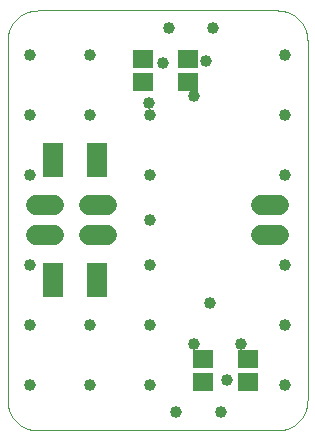
<source format=gbs>
G04 EAGLE Gerber X2 export*
G75*
%MOMM*%
%FSLAX35Y35*%
%LPD*%
%AMOC8*
5,1,8,0,0,1.08239X$1,22.5*%
G01*
%ADD10C,0.000000*%
%ADD11R,1.703200X1.503200*%
%ADD12R,1.803200X3.003200*%
%ADD13C,1.727200*%
%ADD14C,1.009600*%


D10*
X349250Y3651250D02*
X2381250Y3651250D01*
X2635250Y3397250D02*
X2635250Y349250D01*
X2381250Y95250D02*
X349250Y95250D01*
X95250Y349250D02*
X95250Y3397250D01*
X95324Y3403388D01*
X95547Y3409522D01*
X95917Y3415648D01*
X96436Y3421765D01*
X97102Y3427866D01*
X97915Y3433950D01*
X98876Y3440013D01*
X99982Y3446050D01*
X101234Y3452059D01*
X102631Y3458036D01*
X104172Y3463978D01*
X105856Y3469880D01*
X107682Y3475740D01*
X109649Y3481555D01*
X111756Y3487320D01*
X114002Y3493032D01*
X116385Y3498689D01*
X118904Y3504286D01*
X121558Y3509821D01*
X124344Y3515290D01*
X127262Y3520690D01*
X130310Y3526018D01*
X133485Y3531271D01*
X136787Y3536445D01*
X140212Y3541538D01*
X143760Y3546547D01*
X147427Y3551469D01*
X151213Y3556301D01*
X155114Y3561040D01*
X159128Y3565683D01*
X163254Y3570228D01*
X167488Y3574672D01*
X171828Y3579012D01*
X176272Y3583246D01*
X180817Y3587372D01*
X185460Y3591386D01*
X190199Y3595287D01*
X195031Y3599073D01*
X199953Y3602740D01*
X204962Y3606288D01*
X210055Y3609713D01*
X215229Y3613015D01*
X220482Y3616190D01*
X225810Y3619238D01*
X231210Y3622156D01*
X236679Y3624942D01*
X242214Y3627596D01*
X247811Y3630115D01*
X253468Y3632498D01*
X259180Y3634744D01*
X264945Y3636851D01*
X270760Y3638818D01*
X276620Y3640644D01*
X282522Y3642328D01*
X288464Y3643869D01*
X294441Y3645266D01*
X300450Y3646518D01*
X306487Y3647624D01*
X312550Y3648585D01*
X318634Y3649398D01*
X324735Y3650064D01*
X330852Y3650583D01*
X336978Y3650953D01*
X343112Y3651176D01*
X349250Y3651250D01*
X2381250Y3651250D02*
X2387388Y3651176D01*
X2393522Y3650953D01*
X2399648Y3650583D01*
X2405765Y3650064D01*
X2411866Y3649398D01*
X2417950Y3648585D01*
X2424013Y3647624D01*
X2430050Y3646518D01*
X2436059Y3645266D01*
X2442036Y3643869D01*
X2447978Y3642328D01*
X2453880Y3640644D01*
X2459740Y3638818D01*
X2465555Y3636851D01*
X2471320Y3634744D01*
X2477032Y3632498D01*
X2482689Y3630115D01*
X2488286Y3627596D01*
X2493821Y3624942D01*
X2499290Y3622156D01*
X2504690Y3619238D01*
X2510018Y3616190D01*
X2515271Y3613015D01*
X2520445Y3609713D01*
X2525538Y3606288D01*
X2530547Y3602740D01*
X2535469Y3599073D01*
X2540301Y3595287D01*
X2545040Y3591386D01*
X2549683Y3587372D01*
X2554228Y3583246D01*
X2558672Y3579012D01*
X2563012Y3574672D01*
X2567246Y3570228D01*
X2571372Y3565683D01*
X2575386Y3561040D01*
X2579287Y3556301D01*
X2583073Y3551469D01*
X2586740Y3546547D01*
X2590288Y3541538D01*
X2593713Y3536445D01*
X2597015Y3531271D01*
X2600190Y3526018D01*
X2603238Y3520690D01*
X2606156Y3515290D01*
X2608942Y3509821D01*
X2611596Y3504286D01*
X2614115Y3498689D01*
X2616498Y3493032D01*
X2618744Y3487320D01*
X2620851Y3481555D01*
X2622818Y3475740D01*
X2624644Y3469880D01*
X2626328Y3463978D01*
X2627869Y3458036D01*
X2629266Y3452059D01*
X2630518Y3446050D01*
X2631624Y3440013D01*
X2632585Y3433950D01*
X2633398Y3427866D01*
X2634064Y3421765D01*
X2634583Y3415648D01*
X2634953Y3409522D01*
X2635176Y3403388D01*
X2635250Y3397250D01*
X95250Y349250D02*
X95324Y343112D01*
X95547Y336978D01*
X95917Y330852D01*
X96436Y324735D01*
X97102Y318634D01*
X97915Y312550D01*
X98876Y306487D01*
X99982Y300450D01*
X101234Y294441D01*
X102631Y288464D01*
X104172Y282522D01*
X105856Y276620D01*
X107682Y270760D01*
X109649Y264945D01*
X111756Y259180D01*
X114002Y253468D01*
X116385Y247811D01*
X118904Y242214D01*
X121558Y236679D01*
X124344Y231210D01*
X127262Y225810D01*
X130310Y220482D01*
X133485Y215229D01*
X136787Y210055D01*
X140212Y204962D01*
X143760Y199953D01*
X147427Y195031D01*
X151213Y190199D01*
X155114Y185460D01*
X159128Y180817D01*
X163254Y176272D01*
X167488Y171828D01*
X171828Y167488D01*
X176272Y163254D01*
X180817Y159128D01*
X185460Y155114D01*
X190199Y151213D01*
X195031Y147427D01*
X199953Y143760D01*
X204962Y140212D01*
X210055Y136787D01*
X215229Y133485D01*
X220482Y130310D01*
X225810Y127262D01*
X231210Y124344D01*
X236679Y121558D01*
X242214Y118904D01*
X247811Y116385D01*
X253468Y114002D01*
X259180Y111756D01*
X264945Y109649D01*
X270760Y107682D01*
X276620Y105856D01*
X282522Y104172D01*
X288464Y102631D01*
X294441Y101234D01*
X300450Y99982D01*
X306487Y98876D01*
X312550Y97915D01*
X318634Y97102D01*
X324735Y96436D01*
X330852Y95917D01*
X336978Y95547D01*
X343112Y95324D01*
X349250Y95250D01*
X2381250Y95250D02*
X2387388Y95324D01*
X2393522Y95547D01*
X2399648Y95917D01*
X2405765Y96436D01*
X2411866Y97102D01*
X2417950Y97915D01*
X2424013Y98876D01*
X2430050Y99982D01*
X2436059Y101234D01*
X2442036Y102631D01*
X2447978Y104172D01*
X2453880Y105856D01*
X2459740Y107682D01*
X2465555Y109649D01*
X2471320Y111756D01*
X2477032Y114002D01*
X2482689Y116385D01*
X2488286Y118904D01*
X2493821Y121558D01*
X2499290Y124344D01*
X2504690Y127262D01*
X2510018Y130310D01*
X2515271Y133485D01*
X2520445Y136787D01*
X2525538Y140212D01*
X2530547Y143760D01*
X2535469Y147427D01*
X2540301Y151213D01*
X2545040Y155114D01*
X2549683Y159128D01*
X2554228Y163254D01*
X2558672Y167488D01*
X2563012Y171828D01*
X2567246Y176272D01*
X2571372Y180817D01*
X2575386Y185460D01*
X2579287Y190199D01*
X2583073Y195031D01*
X2586740Y199953D01*
X2590288Y204962D01*
X2593713Y210055D01*
X2597015Y215229D01*
X2600190Y220482D01*
X2603238Y225810D01*
X2606156Y231210D01*
X2608942Y236679D01*
X2611596Y242214D01*
X2614115Y247811D01*
X2616498Y253468D01*
X2618744Y259180D01*
X2620851Y264945D01*
X2622818Y270760D01*
X2624644Y276620D01*
X2626328Y282522D01*
X2627869Y288464D01*
X2629266Y294441D01*
X2630518Y300450D01*
X2631624Y306487D01*
X2632585Y312550D01*
X2633398Y318634D01*
X2634064Y324735D01*
X2634583Y330852D01*
X2634953Y336978D01*
X2635176Y343112D01*
X2635250Y349250D01*
D11*
X1746250Y698250D03*
X1746250Y508250D03*
X2127250Y698250D03*
X2127250Y508250D03*
X1619250Y3048250D03*
X1619250Y3238250D03*
X1238250Y3048250D03*
X1238250Y3238250D03*
D12*
X476750Y2381250D03*
X856750Y2381250D03*
X476750Y1365250D03*
X856750Y1365250D03*
D13*
X2241550Y1746250D02*
X2393950Y1746250D01*
X2393950Y2000250D02*
X2241550Y2000250D01*
X933450Y1746250D02*
X781050Y1746250D01*
X781050Y2000250D02*
X933450Y2000250D01*
X488950Y1746250D02*
X336550Y1746250D01*
X336550Y2000250D02*
X488950Y2000250D01*
D14*
X2444750Y3270250D03*
X1301750Y984250D03*
X1301750Y476250D03*
X1301750Y2254250D03*
X1301750Y2762250D03*
X2444750Y2762250D03*
X2444750Y984250D03*
X2444750Y2254250D03*
X2444750Y1492250D03*
X2444750Y476250D03*
X1301750Y1492250D03*
X1301750Y1873250D03*
X1414750Y3210250D03*
X1809750Y1174750D03*
X1775000Y3225000D03*
X1950000Y525000D03*
X793750Y3270250D03*
X285750Y3270250D03*
X285750Y2762250D03*
X793750Y984250D03*
X793750Y2762250D03*
X285750Y984250D03*
X793750Y476250D03*
X285750Y476250D03*
X285750Y2254250D03*
X285750Y1492250D03*
X1525000Y250000D03*
X1675000Y825000D03*
X1900000Y250000D03*
X2075000Y825000D03*
X1835000Y3500000D03*
X1675000Y2925000D03*
X1460000Y3500000D03*
X1290000Y2870000D03*
M02*

</source>
